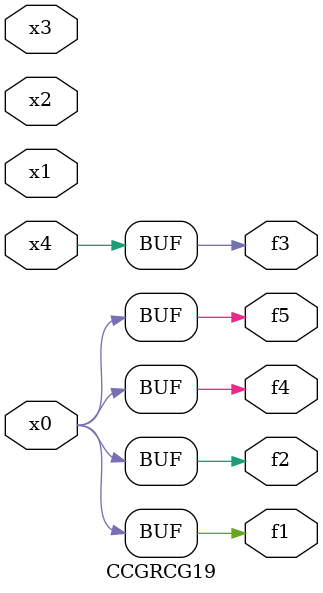
<source format=v>
module CCGRCG19(
	input x0, x1, x2, x3, x4,
	output f1, f2, f3, f4, f5
);
	assign f1 = x0;
	assign f2 = x0;
	assign f3 = x4;
	assign f4 = x0;
	assign f5 = x0;
endmodule

</source>
